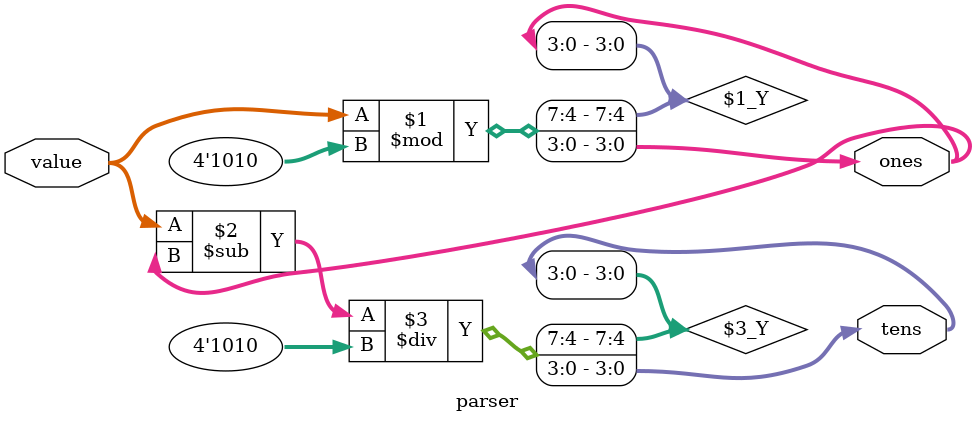
<source format=sv>
module parser #(N = 8)
               (input logic [N-1:0]     value,
					 output logic [3:0] ones, tens);
	
	 assign ones = value % 4'd10;				
	 assign tens = (value - ones) / 4'd10;
					
endmodule 
</source>
